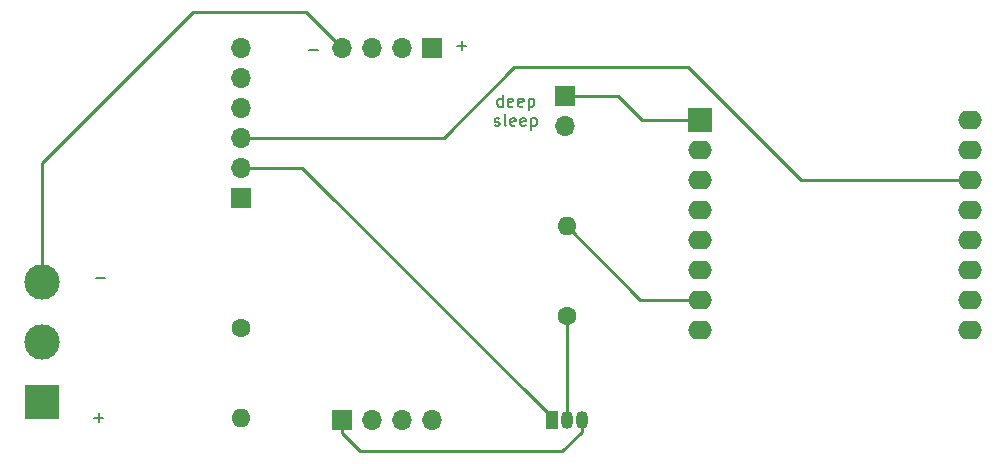
<source format=gbr>
G04 #@! TF.GenerationSoftware,KiCad,Pcbnew,5.1.4+dfsg1-1*
G04 #@! TF.CreationDate,2020-04-10T15:29:50+02:00*
G04 #@! TF.ProjectId,fubar,66756261-722e-46b6-9963-61645f706362,rev?*
G04 #@! TF.SameCoordinates,Original*
G04 #@! TF.FileFunction,Copper,L1,Top*
G04 #@! TF.FilePolarity,Positive*
%FSLAX46Y46*%
G04 Gerber Fmt 4.6, Leading zero omitted, Abs format (unit mm)*
G04 Created by KiCad (PCBNEW 5.1.4+dfsg1-1) date 2020-04-10 15:29:50*
%MOMM*%
%LPD*%
G04 APERTURE LIST*
%ADD10C,0.150000*%
%ADD11O,1.700000X1.700000*%
%ADD12R,1.700000X1.700000*%
%ADD13O,1.050000X1.500000*%
%ADD14R,1.050000X1.500000*%
%ADD15R,3.000000X3.000000*%
%ADD16C,3.000000*%
%ADD17O,2.000000X1.600000*%
%ADD18R,2.000000X2.000000*%
%ADD19C,1.600000*%
%ADD20O,1.600000X1.600000*%
%ADD21C,0.800000*%
%ADD22C,0.250000*%
G04 APERTURE END LIST*
D10*
X167433761Y-68715380D02*
X167433761Y-67715380D01*
X167433761Y-68667761D02*
X167338523Y-68715380D01*
X167148047Y-68715380D01*
X167052809Y-68667761D01*
X167005190Y-68620142D01*
X166957571Y-68524904D01*
X166957571Y-68239190D01*
X167005190Y-68143952D01*
X167052809Y-68096333D01*
X167148047Y-68048714D01*
X167338523Y-68048714D01*
X167433761Y-68096333D01*
X168290904Y-68667761D02*
X168195666Y-68715380D01*
X168005190Y-68715380D01*
X167909952Y-68667761D01*
X167862333Y-68572523D01*
X167862333Y-68191571D01*
X167909952Y-68096333D01*
X168005190Y-68048714D01*
X168195666Y-68048714D01*
X168290904Y-68096333D01*
X168338523Y-68191571D01*
X168338523Y-68286809D01*
X167862333Y-68382047D01*
X169148047Y-68667761D02*
X169052809Y-68715380D01*
X168862333Y-68715380D01*
X168767095Y-68667761D01*
X168719476Y-68572523D01*
X168719476Y-68191571D01*
X168767095Y-68096333D01*
X168862333Y-68048714D01*
X169052809Y-68048714D01*
X169148047Y-68096333D01*
X169195666Y-68191571D01*
X169195666Y-68286809D01*
X168719476Y-68382047D01*
X169624238Y-68048714D02*
X169624238Y-69048714D01*
X169624238Y-68096333D02*
X169719476Y-68048714D01*
X169909952Y-68048714D01*
X170005190Y-68096333D01*
X170052809Y-68143952D01*
X170100428Y-68239190D01*
X170100428Y-68524904D01*
X170052809Y-68620142D01*
X170005190Y-68667761D01*
X169909952Y-68715380D01*
X169719476Y-68715380D01*
X169624238Y-68667761D01*
X166743285Y-70317761D02*
X166838523Y-70365380D01*
X167029000Y-70365380D01*
X167124238Y-70317761D01*
X167171857Y-70222523D01*
X167171857Y-70174904D01*
X167124238Y-70079666D01*
X167029000Y-70032047D01*
X166886142Y-70032047D01*
X166790904Y-69984428D01*
X166743285Y-69889190D01*
X166743285Y-69841571D01*
X166790904Y-69746333D01*
X166886142Y-69698714D01*
X167029000Y-69698714D01*
X167124238Y-69746333D01*
X167743285Y-70365380D02*
X167648047Y-70317761D01*
X167600428Y-70222523D01*
X167600428Y-69365380D01*
X168505190Y-70317761D02*
X168409952Y-70365380D01*
X168219476Y-70365380D01*
X168124238Y-70317761D01*
X168076619Y-70222523D01*
X168076619Y-69841571D01*
X168124238Y-69746333D01*
X168219476Y-69698714D01*
X168409952Y-69698714D01*
X168505190Y-69746333D01*
X168552809Y-69841571D01*
X168552809Y-69936809D01*
X168076619Y-70032047D01*
X169362333Y-70317761D02*
X169267095Y-70365380D01*
X169076619Y-70365380D01*
X168981380Y-70317761D01*
X168933761Y-70222523D01*
X168933761Y-69841571D01*
X168981380Y-69746333D01*
X169076619Y-69698714D01*
X169267095Y-69698714D01*
X169362333Y-69746333D01*
X169409952Y-69841571D01*
X169409952Y-69936809D01*
X168933761Y-70032047D01*
X169838523Y-69698714D02*
X169838523Y-70698714D01*
X169838523Y-69746333D02*
X169933761Y-69698714D01*
X170124238Y-69698714D01*
X170219476Y-69746333D01*
X170267095Y-69793952D01*
X170314714Y-69889190D01*
X170314714Y-70174904D01*
X170267095Y-70270142D01*
X170219476Y-70317761D01*
X170124238Y-70365380D01*
X169933761Y-70365380D01*
X169838523Y-70317761D01*
X132842047Y-95067428D02*
X133603952Y-95067428D01*
X133223000Y-95448380D02*
X133223000Y-94686476D01*
X132969047Y-83256428D02*
X133730952Y-83256428D01*
X163576047Y-63571428D02*
X164337952Y-63571428D01*
X163957000Y-63952380D02*
X163957000Y-63190476D01*
X151003047Y-63952428D02*
X151764952Y-63952428D01*
D11*
X153797000Y-63754000D03*
X156337000Y-63754000D03*
X158877000Y-63754000D03*
D12*
X161417000Y-63754000D03*
X153797000Y-95250000D03*
D11*
X156337000Y-95250000D03*
X158877000Y-95250000D03*
X161417000Y-95250000D03*
D12*
X145288000Y-76454000D03*
D11*
X145288000Y-73914000D03*
X145288000Y-71374000D03*
X145288000Y-68834000D03*
X145288000Y-66294000D03*
X145288000Y-63754000D03*
D12*
X172720000Y-67818000D03*
D11*
X172720000Y-70358000D03*
D13*
X172847000Y-95250000D03*
X174117000Y-95250000D03*
D14*
X171577000Y-95250000D03*
D15*
X128397000Y-93726000D03*
D16*
X128397000Y-88646000D03*
X128397000Y-83566000D03*
D17*
X184150000Y-72390000D03*
D18*
X184150000Y-69850000D03*
D17*
X184150000Y-74930000D03*
X184150000Y-77470000D03*
X184150000Y-80010000D03*
X184150000Y-82550000D03*
X184150000Y-85090000D03*
X184150000Y-87630000D03*
X207010000Y-87630000D03*
X207010000Y-85090000D03*
X207010000Y-82550000D03*
X207010000Y-80010000D03*
X207010000Y-77470000D03*
X207010000Y-74930000D03*
X207010000Y-72390000D03*
X207010000Y-69850000D03*
D19*
X172847000Y-86487000D03*
D20*
X172847000Y-78867000D03*
X145288000Y-95123000D03*
D19*
X145288000Y-87503000D03*
D21*
X171577000Y-95250000D03*
D22*
X141224000Y-60706000D02*
X128397000Y-73533000D01*
X128397000Y-73533000D02*
X128397000Y-83566000D01*
X153797000Y-63754000D02*
X150749000Y-60706000D01*
X150749000Y-60706000D02*
X141224000Y-60706000D01*
X174117000Y-96250000D02*
X172450000Y-97917000D01*
X174117000Y-95250000D02*
X174117000Y-96250000D01*
X153797000Y-96350000D02*
X153797000Y-95250000D01*
X155364000Y-97917000D02*
X153797000Y-96350000D01*
X172450000Y-97917000D02*
X155364000Y-97917000D01*
X171577000Y-95025000D02*
X171577000Y-95250000D01*
X150466000Y-73914000D02*
X171577000Y-95025000D01*
X145288000Y-73914000D02*
X150466000Y-73914000D01*
X192659000Y-74930000D02*
X207010000Y-74930000D01*
X183134000Y-65405000D02*
X192659000Y-74930000D01*
X168402000Y-65405000D02*
X183134000Y-65405000D01*
X145288000Y-71374000D02*
X162433000Y-71374000D01*
X162433000Y-71374000D02*
X168402000Y-65405000D01*
X172720000Y-67818000D02*
X177165000Y-67818000D01*
X179197000Y-69850000D02*
X184150000Y-69850000D01*
X177165000Y-67818000D02*
X179197000Y-69850000D01*
X172847000Y-86487000D02*
X172847000Y-95250000D01*
X179070000Y-85090000D02*
X184150000Y-85090000D01*
X172847000Y-78867000D02*
X179070000Y-85090000D01*
M02*

</source>
